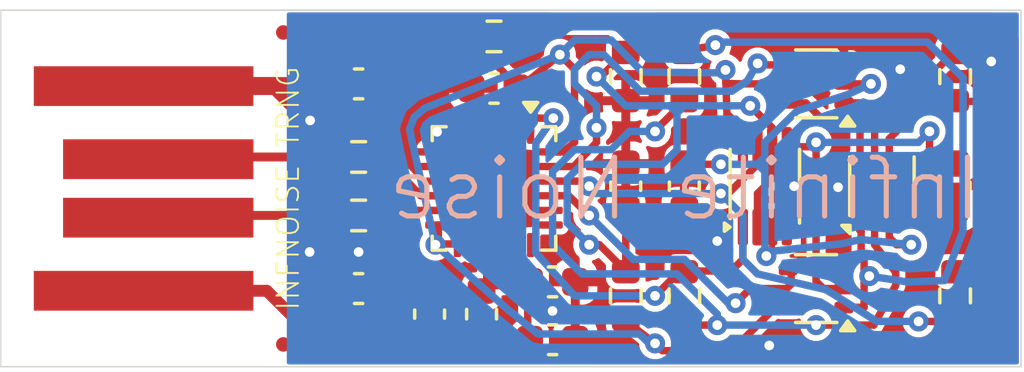
<source format=kicad_pcb>
(kicad_pcb (version 20241229) (generator "pcbnew") (generator_version "9.0")
  (layers (0 "F.Cu" signal) (2 "B.Cu" signal) (13 "F.Paste" user) (15 "B.Paste" user) (5 "F.SilkS" user "F.Silkscreen") (7 "B.SilkS" user "B.Silkscreen") (1 "F.Mask" user) (3 "B.Mask" user) (25 "Edge.Cuts" user))
  (net 0 "")
  (net 1 "/B")
  (net 2 "GND")
  (net 3 "+3.3V")
  (net 4 "/A")
  (net 5 "Net-(X1-VBUS)")
  (net 6 "+5V")
  (net 7 "Net-(X1-D+)")
  (net 8 "Net-(X1-D-)")
  (net 9 "/VREF")
  (net 10 "/COMP1")
  (net 11 "/COMP2")
  (net 12 "Net-(USB1-USBDP)")
  (net 13 "Net-(USB1-USBDM)")
  (net 14 "/SW1EN")
  (net 15 "/SW2EN")
  (net 25 "Net-(AMP1-Pad1)")
  (net 26 "Net-(AMP1B--)")
  (net 27 "Net-(AMP1A--)")
  (net 28 "Net-(AMP1-Pad7)")
  (footprint "Resistor_SMD:R_0603_1608Metric" (layer "F.Cu") (at 143.3005 105.9274)
    (property "Reference" "R2" (hide yes))
    (property "Value" "27 Ω" (hide yes))
    (fp_line (start -0.237258 -0.5225) (end 0.237258 -0.5225) (stroke (width 0.12)) (layer "F.SilkS"))
    (fp_line (start -0.237258 0.5225) (end 0.237258 0.5225) (stroke (width 0.12)) (layer "F.SilkS"))
    (pad "1" smd roundrect (at -0.825 0) (size 0.8 0.95) (layers "F.Cu" "F.Mask" "F.Paste") (net 8 "Net-(X1-D-)"))
    (pad "2" smd roundrect (at 0.825 0) (size 0.8 0.95) (layers "F.Cu" "F.Mask" "F.Paste") (net 13 "Net-(USB1-USBDM)"))
  )
  (footprint "Capacitor_SMD:C_0603_1608Metric" (layer "F.Cu") (at 143.3005 108.4274)
    (property "Reference" "C5" (hide yes))
    (property "Value" "47 pF" (hide yes))
    (fp_line (start -0.14058 -0.51) (end 0.14058 -0.51) (stroke (width 0.12)) (layer "F.SilkS"))
    (fp_line (start -0.14058 0.51) (end 0.14058 0.51) (stroke (width 0.12)) (layer "F.SilkS"))
    (pad "1" smd roundrect (at -0.775 0) (size 0.9 0.95) (layers "F.Cu" "F.Mask" "F.Paste") (net 8 "Net-(X1-D-)"))
    (pad "2" smd roundrect (at 0.775 0) (size 0.9 0.95) (layers "F.Cu" "F.Mask" "F.Paste") (net 2 "GND"))
  )
  (footprint "Fiducial:Fiducial_0.5mm_Mask1mm" (layer "F.Cu") (at 165.1635 99.6696)
    (property "Reference" "FID3" (hide yes))
    (property "Value" "FIDUCIALUFIDUCIAL" (hide yes))
    (pad "" smd circle (at 0 0) (size 0.5 0.5) (layers "F.Cu" "F.Mask") (clearance 0.35))
  )
  (footprint "Fiducial:Fiducial_0.5mm_Mask1mm" (layer "F.Cu") (at 140.7287 99.6696)
    (property "Reference" "FID2" (hide yes))
    (property "Value" "FIDUCIALUFIDUCIAL" (hide yes))
    (pad "" smd circle (at 0 0) (size 0.5 0.5) (layers "F.Cu" "F.Mask") (clearance 0.35))
  )
  (footprint "Resistor_SMD:R_0603_1608Metric" (layer "F.Cu") (at 152.4255 101.1774 90)
    (property "Reference" "R4" (hide yes))
    (property "Value" "10 kΩ" (hide yes))
    (fp_line (start -0.237258 -0.5225) (end 0.237258 -0.5225) (stroke (width 0.12)) (layer "F.SilkS"))
    (fp_line (start -0.237258 0.5225) (end 0.237258 0.5225) (stroke (width 0.12)) (layer "F.SilkS"))
    (pad "1" smd roundrect (at -0.825 0 90) (size 0.8 0.95) (layers "F.Cu" "F.Mask" "F.Paste") (net 2 "GND"))
    (pad "2" smd roundrect (at 0.825 0 90) (size 0.8 0.95) (layers "F.Cu" "F.Mask" "F.Paste") (net 9 "/VREF"))
  )
  (footprint "Resistor_SMD:R_0603_1608Metric" (layer "F.Cu") (at 143.3005 103.9274)
    (property "Reference" "R1" (hide yes))
    (property "Value" "27 Ω" (hide yes))
    (fp_line (start -0.237258 -0.5225) (end 0.237258 -0.5225) (stroke (width 0.12)) (layer "F.SilkS"))
    (fp_line (start -0.237258 0.5225) (end 0.237258 0.5225) (stroke (width 0.12)) (layer "F.SilkS"))
    (pad "1" smd roundrect (at -0.825 0) (size 0.8 0.95) (layers "F.Cu" "F.Mask" "F.Paste") (net 7 "Net-(X1-D+)"))
    (pad "2" smd roundrect (at 0.825 0) (size 0.8 0.95) (layers "F.Cu" "F.Mask" "F.Paste") (net 12 "Net-(USB1-USBDP)"))
  )
  (footprint "infnoise_goldfingers:USB-A-RAWPINS" (layer "F.Cu") (at 136.1567 105.0036)
    (property "Reference" "X1" (hide yes))
    (property "Value" "USB_A" (hide yes))
    (pad "1" smd rect (at -0.2 3.5) (size 7.5 1.36) (layers "F.Cu" "F.Mask") (net 5 "Net-(X1-VBUS)"))
    (pad "2" smd rect (at 0.3 1) (size 6.5 1.36) (layers "F.Cu" "F.Mask") (net 8 "Net-(X1-D-)"))
    (pad "3" smd rect (at 0.3 -1) (size 6.5 1.36) (layers "F.Cu" "F.Mask") (net 7 "Net-(X1-D+)"))
    (pad "4" smd rect (at -0.2 -3.5) (size 7.5 1.36) (layers "F.Cu" "F.Mask") (net 2 "GND"))
  )
  (footprint "Resistor_SMD:R_0603_1608Metric" (layer "F.Cu") (at 154.4255 108.6774 -90)
    (property "Reference" "R5" (hide yes))
    (property "Value" "10 kΩ" (hide yes))
    (fp_line (start -0.237258 0.5225) (end 0.237258 0.5225) (stroke (width 0.12)) (layer "F.SilkS"))
    (fp_line (start -0.237258 -0.5225) (end 0.237258 -0.5225) (stroke (width 0.12)) (layer "F.SilkS"))
    (pad "1" smd roundrect (at -0.825 0 270) (size 0.8 0.95) (layers "F.Cu" "F.Mask" "F.Paste") (net 10 "/COMP1"))
    (pad "2" smd roundrect (at 0.825 0 270) (size 0.8 0.95) (layers "F.Cu" "F.Mask" "F.Paste") (net 27 "Net-(AMP1A--)"))
  )
  (footprint "Capacitor_SMD:C_0603_1608Metric" (layer "F.Cu") (at 143.3005 101.4274)
    (property "Reference" "C4" (hide yes))
    (property "Value" "47 pF" (hide yes))
    (fp_line (start -0.14058 -0.51) (end 0.14058 -0.51) (stroke (width 0.12)) (layer "F.SilkS"))
    (fp_line (start -0.14058 0.51) (end 0.14058 0.51) (stroke (width 0.12)) (layer "F.SilkS"))
    (pad "1" smd roundrect (at -0.775 0) (size 0.9 0.95) (layers "F.Cu" "F.Mask" "F.Paste") (net 7 "Net-(X1-D+)"))
    (pad "2" smd roundrect (at 0.775 0) (size 0.9 0.95) (layers "F.Cu" "F.Mask" "F.Paste") (net 2 "GND"))
  )
  (footprint "Capacitor_SMD:C_0603_1608Metric" (layer "F.Cu") (at 154.4255 104.9274 90)
    (property "Reference" "C8" (hide yes))
    (property "Value" "220 pF" (hide yes))
    (fp_line (start -0.14058 -0.51) (end 0.14058 -0.51) (stroke (width 0.12)) (layer "F.SilkS"))
    (fp_line (start -0.14058 0.51) (end 0.14058 0.51) (stroke (width 0.12)) (layer "F.SilkS"))
    (pad "1" smd roundrect (at -0.775 0 90) (size 0.9 0.95) (layers "F.Cu" "F.Mask" "F.Paste") (net 2 "GND"))
    (pad "2" smd roundrect (at 0.775 0 90) (size 0.9 0.95) (layers "F.Cu" "F.Mask" "F.Paste") (net 4 "/A"))
  )
  (footprint "Package_TO_SOT_SMD:SOT-353_SC-70-5" (layer "F.Cu") (at 158.9255 108.4274 180)
    (property "Reference" "SW2" (hide yes))
    (property "Value" "NS5B1G385DFT2G" (hide yes))
    (fp_line (start -0.7 1.16) (end 0.7 1.16) (stroke (width 0.12)) (layer "F.SilkS"))
    (fp_line (start -0.71 -1.16) (end 0.7 -1.16) (stroke (width 0.12)) (layer "F.SilkS"))
    (fp_poly (pts (xy -1.08 -1.11) (xy -1.32 -1.44) (xy -0.84 -1.44) (xy -1.08 -1.11)) (stroke (width 0.12)) (fill yes) (layer "F.SilkS"))
    (pad "1" smd roundrect (at -0.95 -0.65 180) (size 0.65 0.4) (layers "F.Cu" "F.Mask" "F.Paste") (net 25 "Net-(AMP1-Pad1)"))
    (pad "2" smd roundrect (at -0.95 0 180) (size 0.65 0.4) (layers "F.Cu" "F.Mask" "F.Paste") (net 1 "/B"))
    (pad "3" smd roundrect (at -0.95 0.65 180) (size 0.65 0.4) (layers "F.Cu" "F.Mask" "F.Paste") (net 2 "GND"))
    (pad "4" smd roundrect (at 0.95 0.65 180) (size 0.65 0.4) (layers "F.Cu" "F.Mask" "F.Paste") (net 15 "/SW2EN"))
    (pad "5" smd roundrect (at 0.95 -0.65 180) (size 0.65 0.4) (layers "F.Cu" "F.Mask" "F.Paste") (net 3 "+3.3V"))
  )
  (footprint "Capacitor_SMD:C_0603_1608Metric" (layer "F.Cu") (at 152.4255 104.9274 90)
    (property "Reference" "C7" (hide yes))
    (property "Value" "0.01 µF" (hide yes))
    (fp_line (start -0.14058 -0.51) (end 0.14058 -0.51) (stroke (width 0.12)) (layer "F.SilkS"))
    (fp_line (start -0.14058 0.51) (end 0.14058 0.51) (stroke (width 0.12)) (layer "F.SilkS"))
    (pad "1" smd roundrect (at -0.775 0 90) (size 0.9 0.95) (layers "F.Cu" "F.Mask" "F.Paste") (net 9 "/VREF"))
    (pad "2" smd roundrect (at 0.775 0 90) (size 0.9 0.95) (layers "F.Cu" "F.Mask" "F.Paste") (net 2 "GND"))
  )
  (footprint "Capacitor_SMD:C_0603_1608Metric" (layer "F.Cu") (at 145.7255 109.3024 90)
    (property "Reference" "C1" (hide yes))
    (property "Value" "0.01 µF" (hide yes))
    (fp_line (start -0.14058 -0.51) (end 0.14058 -0.51) (stroke (width 0.12)) (layer "F.SilkS"))
    (fp_line (start -0.14058 0.51) (end 0.14058 0.51) (stroke (width 0.12)) (layer "F.SilkS"))
    (pad "1" smd roundrect (at -0.775 0 90) (size 0.9 0.95) (layers "F.Cu" "F.Mask" "F.Paste") (net 5 "Net-(X1-VBUS)"))
    (pad "2" smd roundrect (at 0.775 0 90) (size 0.9 0.95) (layers "F.Cu" "F.Mask" "F.Paste") (net 2 "GND"))
  )
  (footprint "Package_DFN_QFN:DFN-8-1EP_2x2mm_P0.5mm_EP1.05x1.75mm" (layer "F.Cu") (at 161.1755 104.9274 90)
    (property "Reference" "AMP1" (hide yes))
    (property "Value" "TSV912IQ2T" (hide yes))
    (fp_line (start -1 -1.1) (end 1 -1.1) (stroke (width 0.12)) (layer "F.SilkS"))
    (fp_line (start -1 1.1) (end 1 1.1) (stroke (width 0.12)) (layer "F.SilkS"))
    (fp_poly (pts (xy -1.34 -1.09) (xy -1.62 -1.09) (xy -1.34 -1.37) (xy -1.34 -1.09)) (stroke (width 0.12)) (fill yes) (layer "F.SilkS"))
    (pad "1" smd rect (at -0.9 -0.75 90) (size 0.5 0.3) (layers "F.Cu" "F.Mask" "F.Paste") (net 25 "Net-(AMP1-Pad1)"))
    (pad "2" smd rect (at -0.9 -0.25 90) (size 0.5 0.3) (layers "F.Cu" "F.Mask" "F.Paste") (net 27 "Net-(AMP1A--)"))
    (pad "3" smd rect (at -0.9 0.25 90) (size 0.5 0.3) (layers "F.Cu" "F.Mask" "F.Paste") (net 4 "/A"))
    (pad "4" smd rect (at -0.9 0.75 90) (size 0.5 0.3) (layers "F.Cu" "F.Mask" "F.Paste") (net 2 "GND"))
    (pad "5" smd rect (at 0.9 0.75 90) (size 0.5 0.3) (layers "F.Cu" "F.Mask" "F.Paste") (net 1 "/B"))
    (pad "6" smd rect (at 0.9 0.25 90) (size 0.5 0.3) (layers "F.Cu" "F.Mask" "F.Paste") (net 26 "Net-(AMP1B--)"))
    (pad "7" smd rect (at 0.9 -0.25 90) (size 0.5 0.3) (layers "F.Cu" "F.Mask" "F.Paste") (net 28 "Net-(AMP1-Pad7)"))
    (pad "8" smd rect (at 0.9 -0.75 90) (size 0.5 0.3) (layers "F.Cu" "F.Mask" "F.Paste") (net 3 "+3.3V"))
    (pad "9" smd rect (at 0 0 90) (size 1.05 1.75) (layers "F.Cu" "F.Mask") (net 2 "GND"))
  )
  (footprint "Package_DFN_QFN:QFN-24-1EP_4x4mm_P0.5mm_EP2.6x2.6mm" (layer "F.Cu") (at 147.9255 105.0036 -90)
    (property "Reference" "USB1" (hide yes))
    (property "Value" "FT240XQ" (hide yes))
    (fp_line (start -2.11 2.11) (end -2.11 1.635) (stroke (width 0.12)) (layer "F.SilkS"))
    (fp_line (start -1.635 2.11) (end -2.11 2.11) (stroke (width 0.12)) (layer "F.SilkS"))
    (fp_line (start 2.11 2.11) (end 1.635 2.11) (stroke (width 0.12)) (layer "F.SilkS"))
    (fp_line (start 2.11 1.635) (end 2.11 2.11) (stroke (width 0.12)) (layer "F.SilkS"))
    (fp_line (start -2.11 -1.635) (end -2.11 -2.11) (stroke (width 0.12)) (layer "F.SilkS"))
    (fp_line (start -2.11 -2.11) (end -1.635 -2.11) (stroke (width 0.12)) (layer "F.SilkS"))
    (fp_line (start 1.635 -2.11) (end 2.11 -2.11) (stroke (width 0.12)) (layer "F.SilkS"))
    (fp_line (start 2.11 -2.11) (end 2.11 -1.635) (stroke (width 0.12)) (layer "F.SilkS"))
    (fp_poly (pts (xy -2.61 -1.25) (xy -2.94 -1.01) (xy -2.94 -1.49)) (stroke (width 0.12)) (fill yes) (layer "F.SilkS"))
    (pad "1" smd roundrect (at -1.9375 -1.25 270) (size 0.825 0.25) (layers "F.Cu" "F.Mask" "F.Paste") (net 10 "/COMP1"))
    (pad "2" smd roundrect (at -1.9375 -0.75 270) (size 0.825 0.25) (layers "F.Cu" "F.Mask" "F.Paste"))
    (pad "3" smd roundrect (at -1.9375 -0.25 270) (size 0.825 0.25) (layers "F.Cu" "F.Mask" "F.Paste") (net 2 "GND"))
    (pad "4" smd roundrect (at -1.9375 0.25 270) (size 0.825 0.25) (layers "F.Cu" "F.Mask" "F.Paste"))
    (pad "5" smd roundrect (at -1.9375 0.75 270) (size 0.825 0.25) (layers "F.Cu" "F.Mask" "F.Paste"))
    (pad "6" smd roundrect (at -1.9375 1.25 270) (size 0.825 0.25) (layers "F.Cu" "F.Mask" "F.Paste"))
    (pad "7" smd roundrect (at -1.25 1.9375 270) (size 0.25 0.825) (layers "F.Cu" "F.Mask" "F.Paste") (net 2 "GND"))
    (pad "8" smd roundrect (at -0.75 1.9375 270) (size 0.25 0.825) (layers "F.Cu" "F.Mask" "F.Paste") (net 2 "GND"))
    (pad "9" smd roundrect (at -0.25 1.9375 270) (size 0.25 0.825) (layers "F.Cu" "F.Mask" "F.Paste") (net 2 "GND"))
    (pad "10" smd roundrect (at 0.25 1.9375 270) (size 0.25 0.825) (layers "F.Cu" "F.Mask" "F.Paste") (net 12 "Net-(USB1-USBDP)"))
    (pad "11" smd roundrect (at 0.75 1.9375 270) (size 0.25 0.825) (layers "F.Cu" "F.Mask" "F.Paste") (net 13 "Net-(USB1-USBDM)"))
    (pad "12" smd roundrect (at 1.25 1.9375 270) (size 0.25 0.825) (layers "F.Cu" "F.Mask" "F.Paste") (net 3 "+3.3V"))
    (pad "13" smd roundrect (at 1.9375 1.25 270) (size 0.825 0.25) (layers "F.Cu" "F.Mask" "F.Paste") (net 3 "+3.3V"))
    (pad "14" smd roundrect (at 1.9375 0.75 270) (size 0.825 0.25) (layers "F.Cu" "F.Mask" "F.Paste"))
    (pad "15" smd roundrect (at 1.9375 0.25 270) (size 0.825 0.25) (layers "F.Cu" "F.Mask" "F.Paste") (net 6 "+5V"))
    (pad "16" smd roundrect (at 1.9375 -0.25 270) (size 0.825 0.25) (layers "F.Cu" "F.Mask" "F.Paste") (net 2 "GND"))
    (pad "17" smd roundrect (at 1.9375 -0.75 270) (size 0.825 0.25) (layers "F.Cu" "F.Mask" "F.Paste"))
    (pad "18" smd roundrect (at 1.9375 -1.25 270) (size 0.825 0.25) (layers "F.Cu" "F.Mask" "F.Paste"))
    (pad "19" smd roundrect (at 1.25 -1.9375 270) (size 0.25 0.825) (layers "F.Cu" "F.Mask" "F.Paste"))
    (pad "20" smd roundrect (at 0.75 -1.9375 270) (size 0.25 0.825) (layers "F.Cu" "F.Mask" "F.Paste"))
    (pad "21" smd roundrect (at 0.25 -1.9375 270) (size 0.25 0.825) (layers "F.Cu" "F.Mask" "F.Paste") (net 15 "/SW2EN"))
    (pad "22" smd roundrect (at -0.25 -1.9375 270) (size 0.25 0.825) (layers "F.Cu" "F.Mask" "F.Paste") (net 11 "/COMP2"))
    (pad "23" smd roundrect (at -0.75 -1.9375 270) (size 0.25 0.825) (layers "F.Cu" "F.Mask" "F.Paste") (net 14 "/SW1EN"))
    (pad "24" smd roundrect (at -1.25 -1.9375 270) (size 0.25 0.825) (layers "F.Cu" "F.Mask" "F.Paste") (net 3 "+3.3V"))
    (pad "25" smd rect (at 0 0 270) (size 2.6 2.6) (property pad_prop_heatsink) (layers "F.Cu" "F.Mask") (net 2 "GND"))
  )
  (footprint "Resistor_SMD:R_0603_1608Metric" (layer "F.Cu") (at 152.4255 108.6774 90)
    (property "Reference" "R3" (hide yes))
    (property "Value" "10 kΩ" (hide yes))
    (fp_line (start -0.237258 -0.5225) (end 0.237258 -0.5225) (stroke (width 0.12)) (layer "F.SilkS"))
    (fp_line (start -0.237258 0.5225) (end 0.237258 0.5225) (stroke (width 0.12)) (layer "F.SilkS"))
    (pad "1" smd roundrect (at -0.825 0 90) (size 0.8 0.95) (layers "F.Cu" "F.Mask" "F.Paste") (net 3 "+3.3V"))
    (pad "2" smd roundrect (at 0.825 0 90) (size 0.8 0.95) (layers "F.Cu" "F.Mask" "F.Paste") (net 9 "/VREF"))
  )
  (footprint "Capacitor_SMD:C_0603_1608Metric" (layer "F.Cu") (at 163.6755 104.9274 90)
    (property "Reference" "C9" (hide yes))
    (property "Value" "220 pF" (hide yes))
    (fp_line (start -0.14058 -0.51) (end 0.14058 -0.51) (stroke (width 0.12)) (layer "F.SilkS"))
    (fp_line (start -0.14058 0.51) (end 0.14058 0.51) (stroke (width 0.12)) (layer "F.SilkS"))
    (pad "1" smd roundrect (at -0.775 0 90) (size 0.9 0.95) (layers "F.Cu" "F.Mask" "F.Paste") (net 2 "GND"))
    (pad "2" smd roundrect (at 0.775 0 90) (size 0.9 0.95) (layers "F.Cu" "F.Mask" "F.Paste") (net 1 "/B"))
  )
  (footprint "Capacitor_SMD:C_0603_1608Metric" (layer "F.Cu") (at 149.9255 108.1996)
    (property "Reference" "C3" (hide yes))
    (property "Value" "0.1 µF" (hide yes))
    (fp_line (start -0.14058 -0.51) (end 0.14058 -0.51) (stroke (width 0.12)) (layer "F.SilkS"))
    (fp_line (start -0.14058 0.51) (end 0.14058 0.51) (stroke (width 0.12)) (layer "F.SilkS"))
    (pad "1" smd roundrect (at -0.775 0) (size 0.9 0.95) (layers "F.Cu" "F.Mask" "F.Paste") (net 6 "+5V"))
    (pad "2" smd roundrect (at 0.775 0) (size 0.9 0.95) (layers "F.Cu" "F.Mask" "F.Paste") (net 2 "GND"))
  )
  (footprint "Resistor_SMD:R_0603_1608Metric" (layer "F.Cu") (at 147.9255 99.8044 180)
    (property "Reference" "R9" (hide yes))
    (property "Value" "10 kΩ" (hide yes))
    (fp_line (start -0.237258 0.5225) (end 0.237258 0.5225) (stroke (width 0.12)) (layer "F.SilkS"))
    (fp_line (start -0.237258 -0.5225) (end 0.237258 -0.5225) (stroke (width 0.12)) (layer "F.SilkS"))
    (pad "1" smd roundrect (at -0.825 0 180) (size 0.8 0.95) (layers "F.Cu" "F.Mask" "F.Paste") (net 25 "Net-(AMP1-Pad1)"))
    (pad "2" smd roundrect (at 0.825 0 180) (size 0.8 0.95) (layers "F.Cu" "F.Mask" "F.Paste") (net 3 "+3.3V"))
  )
  (footprint "Capacitor_SMD:C_0603_1608Metric" (layer "F.Cu") (at 147.9255 101.579 180)
    (property "Reference" "C6" (hide yes))
    (property "Value" "0.1 µF" (hide yes))
    (fp_line (start -0.14058 0.51) (end 0.14058 0.51) (stroke (width 0.12)) (layer "F.SilkS"))
    (fp_line (start -0.14058 -0.51) (end 0.14058 -0.51) (stroke (width 0.12)) (layer "F.SilkS"))
    (pad "1" smd roundrect (at -0.775 0 180) (size 0.9 0.95) (layers "F.Cu" "F.Mask" "F.Paste") (net 3 "+3.3V"))
    (pad "2" smd roundrect (at 0.775 0 180) (size 0.9 0.95) (layers "F.Cu" "F.Mask" "F.Paste") (net 2 "GND"))
  )
  (footprint "Package_TO_SOT_SMD:SOT-353_SC-70-5" (layer "F.Cu") (at 158.9255 101.4274 180)
    (property "Reference" "SW1" (hide yes))
    (property "Value" "NS5B1G385DFT2G" (hide yes))
    (fp_line (start -0.7 1.16) (end 0.7 1.16) (stroke (width 0.12)) (layer "F.SilkS"))
    (fp_line (start -0.71 -1.16) (end 0.7 -1.16) (stroke (width 0.12)) (layer "F.SilkS"))
    (fp_poly (pts (xy -1.08 -1.11) (xy -1.32 -1.44) (xy -0.84 -1.44) (xy -1.08 -1.11)) (stroke (width 0.12)) (fill yes) (layer "F.SilkS"))
    (pad "1" smd roundrect (at -0.95 -0.65 180) (size 0.65 0.4) (layers "F.Cu" "F.Mask" "F.Paste") (net 28 "Net-(AMP1-Pad7)"))
    (pad "2" smd roundrect (at -0.95 0 180) (size 0.65 0.4) (layers "F.Cu" "F.Mask" "F.Paste") (net 4 "/A"))
    (pad "3" smd roundrect (at -0.95 0.65 180) (size 0.65 0.4) (layers "F.Cu" "F.Mask" "F.Paste") (net 2 "GND"))
    (pad "4" smd roundrect (at 0.95 0.65 180) (size 0.65 0.4) (layers "F.Cu" "F.Mask" "F.Paste") (net 14 "/SW1EN"))
    (pad "5" smd roundrect (at 0.95 -0.65 180) (size 0.65 0.4) (layers "F.Cu" "F.Mask" "F.Paste") (net 3 "+3.3V"))
  )
  (footprint "Package_SO:VSSOP-8_2.3x2mm_P0.5mm" (layer "F.Cu") (at 157.1755 104.9274 90)
    (property "Reference" "COMP1" (hide yes))
    (property "Value" "TC75W57FKTE85LF" (hide yes))
    (fp_line (start -1.105568 -1.185) (end 1.26 -1.185) (stroke (width 0.12)) (layer "F.SilkS"))
    (fp_line (start 1.26 1.185) (end -1.26 1.185) (stroke (width 0.12)) (layer "F.SilkS"))
    (fp_poly (pts (xy -1.4 -1.19) (xy -1.54 -1.38) (xy -1.26 -1.38)) (stroke (width 0.12)) (fill yes) (layer "F.SilkS"))
    (pad "1" smd roundrect (at -1.4 -0.75 90) (size 1.25 0.35) (layers "F.Cu" "F.Mask" "F.Paste") (net 10 "/COMP1"))
    (pad "2" smd roundrect (at -1.4 -0.25 90) (size 1.25 0.35) (layers "F.Cu" "F.Mask" "F.Paste") (net 9 "/VREF"))
    (pad "3" smd roundrect (at -1.4 0.25 90) (size 1.25 0.35) (layers "F.Cu" "F.Mask" "F.Paste") (net 4 "/A"))
    (pad "4" smd roundrect (at -1.4 0.75 90) (size 1.25 0.35) (layers "F.Cu" "F.Mask" "F.Paste") (net 2 "GND"))
    (pad "5" smd roundrect (at 1.4 0.75 90) (size 1.25 0.35) (layers "F.Cu" "F.Mask" "F.Paste") (net 1 "/B"))
    (pad "6" smd roundrect (at 1.4 0.25 90) (size 1.25 0.35) (layers "F.Cu" "F.Mask" "F.Paste") (net 9 "/VREF"))
    (pad "7" smd roundrect (at 1.4 -0.25 90) (size 1.25 0.35) (layers "F.Cu" "F.Mask" "F.Paste") (net 11 "/COMP2"))
    (pad "8" smd roundrect (at 1.4 -0.75 90) (size 1.25 0.35) (layers "F.Cu" "F.Mask" "F.Paste") (net 3 "+3.3V"))
  )
  (footprint "Inductor_SMD:L_0603_1608Metric" (layer "F.Cu") (at 147.5005 109.3024 90)
    (property "Reference" "L1" (hide yes))
    (property "Value" "BLM18AG601SN1D" (hide yes))
    (fp_line (start -0.162779 -0.51) (end 0.162779 -0.51) (stroke (width 0.12)) (layer "F.SilkS"))
    (fp_line (start -0.162779 0.51) (end 0.162779 0.51) (stroke (width 0.12)) (layer "F.SilkS"))
    (pad "1" smd roundrect (at -0.7875 0 90) (size 0.875 0.95) (layers "F.Cu" "F.Mask" "F.Paste") (net 5 "Net-(X1-VBUS)"))
    (pad "2" smd roundrect (at 0.7875 0 90) (size 0.875 0.95) (layers "F.Cu" "F.Mask" "F.Paste") (net 6 "+5V"))
  )
  (footprint "Capacitor_SMD:C_0603_1608Metric" (layer "F.Cu") (at 149.9255 110.1774)
    (property "Reference" "C2" (hide yes))
    (property "Value" "4.7 µF" (hide yes))
    (fp_line (start -0.14058 -0.51) (end 0.14058 -0.51) (stroke (width 0.12)) (layer "F.SilkS"))
    (fp_line (start -0.14058 0.51) (end 0.14058 0.51) (stroke (width 0.12)) (layer "F.SilkS"))
    (pad "1" smd roundrect (at -0.775 0) (size 0.9 0.95) (layers "F.Cu" "F.Mask" "F.Paste") (net 6 "+5V"))
    (pad "2" smd roundrect (at 0.775 0) (size 0.9 0.95) (layers "F.Cu" "F.Mask" "F.Paste") (net 2 "GND"))
  )
  (footprint "Resistor_SMD:R_0603_1608Metric" (layer "F.Cu") (at 163.6755 108.6774 -90)
    (property "Reference" "R8" (hide yes))
    (property "Value" "10 kΩ" (hide yes))
    (fp_line (start -0.237258 0.5225) (end 0.237258 0.5225) (stroke (width 0.12)) (layer "F.SilkS"))
    (fp_line (start -0.237258 -0.5225) (end 0.237258 -0.5225) (stroke (width 0.12)) (layer "F.SilkS"))
    (pad "1" smd roundrect (at -0.825 0 270) (size 0.8 0.95) (layers "F.Cu" "F.Mask" "F.Paste") (net 26 "Net-(AMP1B--)"))
    (pad "2" smd roundrect (at 0.825 0 270) (size 0.8 0.95) (layers "F.Cu" "F.Mask" "F.Paste") (net 11 "/COMP2"))
  )
  (footprint "Resistor_SMD:R_0603_1608Metric" (layer "F.Cu") (at 154.4255 101.1774 90)
    (property "Reference" "R6" (hide yes))
    (property "Value" "8.2 kΩ" (hide yes))
    (fp_line (start -0.237258 -0.5225) (end 0.237258 -0.5225) (stroke (width 0.12)) (layer "F.SilkS"))
    (fp_line (start -0.237258 0.5225) (end 0.237258 0.5225) (stroke (width 0.12)) (layer "F.SilkS"))
    (pad "1" smd roundrect (at -0.825 0 90) (size 0.8 0.95) (layers "F.Cu" "F.Mask" "F.Paste") (net 27 "Net-(AMP1A--)"))
    (pad "2" smd roundrect (at 0.825 0 90) (size 0.8 0.95) (layers "F.Cu" "F.Mask" "F.Paste") (net 25 "Net-(AMP1-Pad1)"))
  )
  (footprint "Resistor_SMD:R_0603_1608Metric" (layer "F.Cu") (at 163.6755 101.1774 -90)
    (property "Reference" "R7" (hide yes))
    (property "Value" "8.2 kΩ" (hide yes))
    (fp_line (start -0.237258 0.5225) (end 0.237258 0.5225) (stroke (width 0.12)) (layer "F.SilkS"))
    (fp_line (start -0.237258 -0.5225) (end 0.237258 -0.5225) (stroke (width 0.12)) (layer "F.SilkS"))
    (pad "1" smd roundrect (at -0.825 0 270) (size 0.8 0.95) (layers "F.Cu" "F.Mask" "F.Paste") (net 28 "Net-(AMP1-Pad7)"))
    (pad "2" smd roundrect (at 0.825 0 270) (size 0.8 0.95) (layers "F.Cu" "F.Mask" "F.Paste") (net 26 "Net-(AMP1B--)"))
  )
  (footprint "Fiducial:Fiducial_0.5mm_Mask1mm" (layer "F.Cu") (at 140.7287 110.3376)
    (property "Reference" "FID1" (hide yes))
    (property "Value" "FIDUCIALUFIDUCIAL" (hide yes))
    (pad "" smd circle (at 0 0) (size 0.5 0.5) (layers "F.Cu" "F.Mask") (clearance 0.35))
  )
  (gr_line (start 131.0767 111.0996) (end 131.0767 98.9076) (stroke (width 0.05)) (layer "Edge.Cuts"))
  (gr_line (start 165.9255 98.9076) (end 165.9255 111.0996) (stroke (width 0.05)) (layer "Edge.Cuts"))
  (gr_line (start 131.0767 98.9076) (end 165.9255 98.9076) (stroke (width 0.05)) (layer "Edge.Cuts"))
  (gr_line (start 165.9255 111.0996) (end 131.0767 111.0996) (stroke (width 0.05)) (layer "Edge.Cuts"))
  (gr_text "INFNOISE TRNG" (at 140.4627 105.0036 90) (layer "F.SilkS") (effects (font (size 0.736 0.736) (thickness 0.064)) (justify top)))
  (gr_text "Infinite Noise" (at 154.4333 105.0242 -0) (layer "B.SilkS") (effects (font (size 2.009648 2.009648) (thickness 0.174752)) (justify mirror)))
  (segment (start 157.9255 103.5774) (end 158.7755 103.5774) (width 0.254) (layer "F.Cu") (net 1))
  (segment (start 161.9255 103.9024) (end 162.8005 103.9024) (width 0.254) (layer "F.Cu") (net 1))
  (segment (start 159.7755 108.4274) (end 159.1755 108.4274) (width 0.254) (layer "F.Cu") (net 1))
  (segment (start 158.7755 103.5774) (end 158.9255 103.4274) (width 0.254) (layer "F.Cu") (net 1))
  (segment (start 159.1755 108.4274) (end 158.9255 108.1774) (width 0.254) (layer "F.Cu") (net 1))
  (segment (start 162.8005 103.9024) (end 163.5005 103.9024) (width 0.254) (layer "F.Cu") (net 1))
  (segment (start 158.9255 108.1774) (end 158.9255 103.4274) (width 0.254) (layer "F.Cu") (net 1))
  (segment (start 163.5005 103.9024) (end 163.6755 104.0774) (width 0.254) (layer "F.Cu") (net 1))
  (segment (start 162.8005 103.0524) (end 162.8005 103.9024) (width 0.254) (layer "F.Cu") (net 1))
  (via (at 162.8005 103.0524) (size 0.6858) (drill 0.3302) (layers "F.Cu" "B.Cu") (net 1))
  (via (at 158.9255 103.4274) (size 0.6858) (drill 0.3302) (layers "F.Cu" "B.Cu") (net 1))
  (segment (start 158.9255 103.4274) (end 162.4255 103.4274) (width 0.254) (layer "B.Cu") (net 1))
  (segment (start 162.4255 103.4274) (end 162.8005 103.0524) (width 0.254) (layer "B.Cu") (net 1))
  (segment (start 146.0373 104.648) (end 146.0255 104.7536) (width 0.254) (layer "F.Cu") (net 2))
  (segment (start 148.1755 106.9036) (end 148.1755 105.1774) (width 0.254) (layer "F.Cu") (net 2))
  (segment (start 147.7771 104.7536) (end 147.9255 105.0036) (width 0.254) (layer "F.Cu") (net 2))
  (segment (start 148.1755 104.6774) (end 147.9255 105.0036) (width 0.254) (layer "F.Cu") (net 2))
  (segment (start 145.5255 108.4274) (end 144.1505 108.4274) (width 0.254) (layer "F.Cu") (net 2))
  (segment (start 135.9567 101.5036) (end 140.4709 101.5036) (width 0.6096) (layer "F.Cu") (net 2))
  (segment (start 140.4709 101.5036) (end 141.6447 102.6774) (width 0.6096) (layer "F.Cu") (net 2))
  (segment (start 146.0373 104.267) (end 146.0255 104.2536) (width 0.254) (layer "F.Cu") (net 2))
  (segment (start 148.1709 102.8446) (end 148.1709 102.5906) (width 0.254) (layer "F.Cu") (net 2))
  (segment (start 141.0081 101.4984) (end 141.0081 101.5238) (width 0.6096) (layer "F.Cu") (net 2))
  (segment (start 146.0373 104.648) (end 146.0373 104.267) (width 0.254) (layer "F.Cu") (net 2))
  (segment (start 148.1755 103.1036) (end 148.1755 104.6774) (width 0.254) (layer "F.Cu") (net 2))
  (segment (start 139.6365 101.4984) (end 141.0081 101.4984) (width 0.6096) (layer "F.Cu") (net 2))
  (segment (start 148.1755 105.1774) (end 147.9255 105.0036) (width 0.254) (layer "F.Cu") (net 2))
  (segment (start 152.4255 104.0774) (end 152.4255 102.0274) (width 0.254) (layer "F.Cu") (net 2))
  (segment (start 148.1755 102.8446) (end 148.1755 103.1036) (width 0.254) (layer "F.Cu") (net 2))
  (segment (start 146.0255 104.7536) (end 147.7771 104.7536) (width 0.254) (layer "F.Cu") (net 2))
  (segment (start 148.1709 102.8446) (end 148.1755 102.8446) (width 0.254) (layer "F.Cu") (net 2))
  (segment (start 145.7255 108.4524) (end 145.5255 108.4274) (width 0.254) (layer "F.Cu") (net 2))
  (segment (start 148.1709 102.5906) (end 147.4851 101.9048) (width 0.254) (layer "F.Cu") (net 2))
  (via (at 159.6755 104.9622) (size 0.6858) (drill 0.3302) (layers "F.Cu" "B.Cu") (net 2))
  (via (at 143.3005 107.1774) (size 0.6858) (drill 0.3302) (layers "F.Cu" "B.Cu") (net 2))
  (via (at 141.6447 102.6774) (size 0.6858) (drill 0.3302) (layers "F.Cu" "B.Cu") (net 2))
  (via (at 157.3259 110.3746) (size 0.6858) (drill 0.3302) (layers "F.Cu" "B.Cu") (net 2))
  (via (at 164.9095 100.6602) (size 0.6858) (drill 0.3302) (layers "F.Cu" "B.Cu") (net 2))
  (via (at 149.9235 109.1946) (size 0.6858) (drill 0.3302) (layers "F.Cu" "B.Cu") (net 2))
  (via (at 161.8005 100.9274) (size 0.6858) (drill 0.3302) (layers "F.Cu" "B.Cu") (net 2))
  (via (at 145.9823 103.067) (size 0.6858) (drill 0.3302) (layers "F.Cu" "B.Cu") (net 2))
  (via (at 158.1755 104.9274) (size 0.6858) (drill 0.3302) (layers "F.Cu" "B.Cu") (net 2))
  (via (at 155.5505 106.8024) (size 0.6858) (drill 0.3302) (layers "F.Cu" "B.Cu") (net 2))
  (via (at 141.6273 107.1774) (size 0.6858) (drill 0.3302) (layers "F.Cu" "B.Cu") (net 2))
  (segment (start 148.7755 101.579) (end 149.1659 101.2656) (width 0.254) (layer "F.Cu") (net 3))
  (segment (start 158.0755 102.0774) (end 158.5755 102.0774) (width 0.254) (layer "F.Cu") (net 3))
  (segment (start 150.6755 100.9274) (end 150.1755 100.4274) (width 0.254) (layer "F.Cu") (net 3))
  (segment (start 156.4255 101.4274) (end 155.8493 101.41) (width 0.254) (layer "F.Cu") (net 3))
  (segment (start 153.4255 110.3024) (end 153.6755 110.5524) (width 0.254) (layer "F.Cu") (net 3))
  (segment (start 147.0755 99.8044) (end 148.7755 101.579) (width 0.254) (layer "F.Cu") (net 3))
  (segment (start 155.8493 101.41) (end 155.8299 100.9528) (width 0.254) (layer "F.Cu") (net 3))
  (segment (start 160.4255 103.9024) (end 160.4255 102.9274) (width 0.254) (layer "F.Cu") (net 3))
  (segment (start 160.1755 102.6774) (end 159.1755 102.6774) (width 0.254) (layer "F.Cu") (net 3))
  (segment (start 150.6755 103.4274) (end 150.6755 100.9274) (width 0.254) (layer "F.Cu") (net 3))
  (segment (start 155.8807 102.4588) (end 155.8299 100.9528) (width 0.254) (layer "F.Cu") (net 3))
  (segment (start 156.4255 103.5774) (end 156.4255 102.9274) (width 0.254) (layer "F.Cu") (net 3))
  (segment (start 157.8005 101.4274) (end 156.4255 101.4274) (width 0.254) (layer "F.Cu") (net 3))
  (segment (start 158.0755 101.7024) (end 157.8005 101.4274) (width 0.254) (layer "F.Cu") (net 3))
  (segment (start 152.4255 109.5274) (end 153.2767 110.2008) (width 0.254) (layer "F.Cu") (net 3))
  (segment (start 158.5755 102.0774) (end 159.1755 102.6774) (width 0.254) (layer "F.Cu") (net 3))
  (segment (start 149.8255 103.7536) (end 150.2985 103.7536) (width 0.254) (layer "F.Cu") (net 3))
  (segment (start 160.4255 102.9274) (end 160.1755 102.6774) (width 0.254) (layer "F.Cu") (net 3))
  (segment (start 157.5255 109.0774) (end 156.0505 110.5524) (width 0.254) (layer "F.Cu") (net 3))
  (segment (start 153.2767 110.2008) (end 153.4255 110.3024) (width 0.254) (layer "F.Cu") (net 3))
  (segment (start 158.0755 109.0774) (end 157.5255 109.0774) (width 0.254) (layer "F.Cu") (net 3))
  (segment (start 150.2985 103.7536) (end 150.6755 103.4274) (width 0.254) (layer "F.Cu") (net 3))
  (segment (start 146.0255 106.2536) (end 146.0255 106.9036) (width 0.254) (layer "F.Cu") (net 3))
  (segment (start 158.0755 102.0774) (end 158.0755 101.7024) (width 0.254) (layer "F.Cu") (net 3))
  (segment (start 149.1659 101.2656) (end 150.1755 100.4274) (width 0.254) (layer "F.Cu") (net 3))
  (segment (start 146.6755 106.9036) (end 146.0255 106.9036) (width 0.254) (layer "F.Cu") (net 3))
  (segment (start 153.6755 110.5524) (end 156.0505 110.5524) (width 0.254) (layer "F.Cu") (net 3))
  (segment (start 156.4255 102.9274) (end 155.8807 102.4588) (width 0.254) (layer "F.Cu") (net 3))
  (segment (start 146.0255 106.9036) (end 145.9255 106.9274) (width 0.254) (layer "F.Cu") (net 3))
  (via (at 155.8299 100.9528) (size 0.6858) (drill 0.3302) (layers "F.Cu" "B.Cu") (net 3))
  (via (at 153.4255 110.3024) (size 0.6858) (drill 0.3302) (layers "F.Cu" "B.Cu") (net 3))
  (via (at 145.9255 106.9274) (size 0.6858) (drill 0.3302) (layers "F.Cu" "B.Cu") (net 3))
  (via (at 150.1755 100.4274) (size 0.6858) (drill 0.3302) (layers "F.Cu" "B.Cu") (net 3))
  (segment (start 145.1991 102.5652) (end 145.0467 102.9716) (width 0.254) (layer "B.Cu") (net 3))
  (segment (start 149.3901 109.9566) (end 149.4917 109.982) (width 0.254) (layer "B.Cu") (net 3))
  (segment (start 147.3581 108.2294) (end 146.6621 107.6026) (width 0.254) (layer "B.Cu") (net 3))
  (segment (start 155.8299 100.9528) (end 155.6815 101.0504) (width 0.254) (layer "B.Cu") (net 3))
  (segment (start 153.2001 110.2868) (end 152.9715 110.0582) (width 0.254) (layer "B.Cu") (net 3))
  (segment (start 152.9977 101.025) (end 151.9255 99.9274) (width 0.254) (layer "B.Cu") (net 3))
  (segment (start 152.8699 109.982) (end 152.9715 110.0582) (width 0.254) (layer "B.Cu") (net 3))
  (segment (start 145.5547 102.2604) (end 145.1991 102.5652) (width 0.254) (layer "B.Cu") (net 3))
  (segment (start 148.5265 109.2454) (end 148.4249 109.1692) (width 0.254) (layer "B.Cu") (net 3))
  (segment (start 152.8699 109.982) (end 149.4917 109.982) (width 0.254) (layer "B.Cu") (net 3))
  (segment (start 146.6621 107.6026) (end 145.9255 106.9274) (width 0.254) (layer "B.Cu") (net 3))
  (segment (start 155.6815 101.0504) (end 152.9977 101.025) (width 0.254) (layer "B.Cu") (net 3))
  (segment (start 153.4033 110.2868) (end 153.4255 110.3024) (width 0.254) (layer "B.Cu") (net 3))
  (segment (start 153.4033 110.2868) (end 153.2001 110.2868) (width 0.254) (layer "B.Cu") (net 3))
  (segment (start 145.0467 102.9716) (end 145.1229 103.378) (width 0.254) (layer "B.Cu") (net 3))
  (segment (start 150.6755 99.9274) (end 150.1755 100.4274) (width 0.254) (layer "B.Cu") (net 3))
  (segment (start 151.9255 99.9274) (end 150.6755 99.9274) (width 0.254) (layer "B.Cu") (net 3))
  (segment (start 148.4249 109.1692) (end 147.3581 108.2294) (width 0.254) (layer "B.Cu") (net 3))
  (segment (start 148.5265 109.2454) (end 149.3901 109.9566) (width 0.254) (layer "B.Cu") (net 3))
  (segment (start 145.1229 103.378) (end 145.9255 106.9274) (width 0.254) (layer "B.Cu") (net 3))
  (segment (start 150.1755 100.4274) (end 145.5547 102.2604) (width 0.254) (layer "B.Cu") (net 3))
  (segment (start 157.226 107.315) (end 157.4255 107.1155) (width 0.2) (layer "F.Cu") (net 4))
  (segment (start 154.4255 104.0774) (end 154.5255 104.1774) (width 0.254) (layer "F.Cu") (net 4))
  (segment (start 154.5255 104.1774) (end 155.6755 104.1774) (width 0.254) (layer "F.Cu") (net 4))
  (segment (start 161.4255 106.6774) (end 161.6755 106.9274) (width 0.254) (layer "F.Cu") (net 4))
  (segment (start 157.4255 107.1155) (end 157.4255 106.3274) (width 0.2) (layer "F.Cu") (net 4))
  (segment (start 159.7755 101.4274) (end 160.8005 101.4274) (width 0.254) (layer "F.Cu") (net 4))
  (segment (start 161.4255 105.9524) (end 161.4255 106.6774) (width 0.254) (layer "F.Cu") (net 4))
  (segment (start 161.6755 106.9274) (end 162.1755 106.9274) (width 0.254) (layer "F.Cu") (net 4))
  (via (at 160.8005 101.4274) (size 0.6858) (drill 0.3302) (layers "F.Cu" "B.Cu") (net 4))
  (via (at 162.1755 106.9274) (size 0.6858) (drill 0.3302) (layers "F.Cu" "B.Cu") (net 4))
  (via (at 157.226 107.315) (size 0.6858) (drill 0.3302) (layers "F.Cu" "B.Cu") (net 4))
  (via (at 155.6755 104.1774) (size 0.6858) (drill 0.3302) (layers "F.Cu" "B.Cu") (net 4))
  (segment (start 159.7771 106.898) (end 157.1755 107.1774) (width 0.254) (layer "B.Cu") (net 4))
  (segment (start 157.1755 104.4274) (end 157.1755 107.1774) (width 0.254) (layer "B.Cu") (net 4))
  (segment (start 157.1755 104.1774) (end 157.1755 104.4274) (width 0.254) (layer "B.Cu") (net 4))
  (segment (start 158.2771 102.3512) (end 157.1755 103.4274) (width 0.254) (layer "B.Cu") (net 4))
  (segment (start 157.1755 103.9274) (end 157.1755 104.1774) (width 0.254) (layer "B.Cu") (net 4))
  (segment (start 156.9255 104.1774) (end 157.1755 104.4274) (width 0.254) (layer "B.Cu") (net 4))
  (segment (start 156.9255 104.1774) (end 157.1755 103.9274) (width 0.254) (layer "B.Cu") (net 4))
  (segment (start 157.1755 103.4274) (end 157.1755 103.9274) (width 0.254) (layer "B.Cu") (net 4))
  (segment (start 155.6755 104.1774) (end 156.9255 104.1774) (width 0.254) (layer "B.Cu") (net 4))
  (segment (start 162.1755 106.9274) (end 160.4589 106.7496) (width 0.254) (layer "B.Cu") (net 4))
  (segment (start 160.0037 101.7924) (end 158.2771 102.3512) (width 0.254) (layer "B.Cu") (net 4))
  (segment (start 160.4589 106.7496) (end 159.7771 106.898) (width 0.254) (layer "B.Cu") (net 4))
  (segment (start 160.8005 101.4274) (end 160.0037 101.7924) (width 0.254) (layer "B.Cu") (net 4))
  (segment (start 156.9255 104.1774) (end 157.1755 104.1774) (width 0.254) (layer "B.Cu") (net 4))
  (segment (start 145.7255 110.1524) (end 145.6567 110.0836) (width 0.4064) (layer "F.Cu") (net 5))
  (segment (start 145.6567 110.0836) (end 141.7447 110.0836) (width 0.4064) (layer "F.Cu") (net 5))
  (segment (start 141.7447 110.0836) (end 140.1647 108.5036) (width 0.4064) (layer "F.Cu") (net 5))
  (segment (start 140.1647 108.5036) (end 135.9567 108.5036) (width 0.4064) (layer "F.Cu") (net 5))
  (segment (start 147.5005 110.1524) (end 145.7255 110.1524) (width 0.254) (layer "F.Cu") (net 5))
  (segment (start 149.0755 108.1996) (end 148.7255 108.3274) (width 0.254) (layer "F.Cu") (net 6))
  (segment (start 147.6755 106.9036) (end 147.6755 108.3274) (width 0.254) (layer "F.Cu") (net 6))
  (segment (start 148.7255 108.3274) (end 147.6755 108.3274) (width 0.254) (layer "F.Cu") (net 6))
  (segment (start 149.0755 110.1774) (end 149.0755 108.1996) (width 0.254) (layer "F.Cu") (net 6))
  (segment (start 147.6755 108.3274) (end 147.5005 108.4524) (width 0.254) (layer "F.Cu") (net 6))
  (segment (start 136.5329 103.9274) (end 142.4505 103.9274) (width 0.3048) (layer "F.Cu") (net 7))
  (segment (start 142.5485 103.9004) (end 142.4505 103.9274) (width 0.762) (layer "F.Cu") (net 7))
  (segment (start 142.4505 103.9274) (end 142.4505 101.4274) (width 0.254) (layer "F.Cu") (net 7))
  (segment (start 136.4567 104.0036) (end 136.5329 104.0036) (width 0.254) (layer "F.Cu") (net 7))
  (segment (start 136.5329 104.0036) (end 136.5329 103.9274) (width 0.254) (layer "F.Cu") (net 7))
  (segment (start 136.5329 105.9274) (end 142.4505 105.9274) (width 0.3048) (layer "F.Cu") (net 8))
  (segment (start 136.5329 106.0036) (end 136.5329 105.9274) (width 0.254) (layer "F.Cu") (net 8))
  (segment (start 136.4567 106.0036) (end 136.5329 106.0036) (width 0.254) (layer "F.Cu") (net 8))
  (segment (start 142.4505 105.9274) (end 142.4505 108.4274) (width 0.254) (layer "F.Cu") (net 8))
  (segment (start 151.5755 101.1774) (end 151.4255 101.1774) (width 0.254) (layer "F.Cu") (net 9))
  (segment (start 152.4255 100.3274) (end 151.5755 101.1774) (width 0.254) (layer "F.Cu") (net 9))
  (segment (start 152.4255 107.8274) (end 151.5255 106.9274) (width 0.254) (layer "F.Cu") (net 9))
  (segment (start 152.4255 107.8274) (end 152.4255 105.7774) (width 0.254) (layer "F.Cu") (net 9))
  (segment (start 157.4255 104.6774) (end 156.9255 105.1774) (width 0.254) (layer "F.Cu") (net 9))
  (segment (start 151.5255 106.9274) (end 151.1755 106.9274) (width 0.254) (layer "F.Cu") (net 9))
  (segment (start 157.4255 102.9274) (end 156.6755 102.1774) (width 0.254) (layer "F.Cu") (net 9))
  (segment (start 157.4255 103.5774) (end 157.4255 102.9274) (width 0.254) (layer "F.Cu") (net 9))
  (segment (start 156.9255 106.2774) (end 156.9255 105.1774) (width 0.254) (layer "F.Cu") (net 9))
  (segment (start 157.4255 103.5774) (end 157.4255 104.6774) (width 0.254) (layer "F.Cu") (net 9))
  (via (at 151.4255 101.1774) (size 0.6858) (drill 0.3302) (layers "F.Cu" "B.Cu") (net 9))
  (via (at 156.6755 102.1774) (size 0.6858) (drill 0.3302) (layers "F.Cu" "B.Cu") (net 9))
  (via (at 151.1755 106.9274) (size 0.6858) (drill 0.3302) (layers "F.Cu" "B.Cu") (net 9))
  (segment (start 154.1755 103.6774) (end 154.1755 102.4274) (width 0.254) (layer "B.Cu") (net 9))
  (segment (start 156.6755 102.1774) (end 154.4255 102.1774) (width 0.254) (layer "B.Cu") (net 9))
  (segment (start 154.1755 102.4274) (end 154.1755 102.1774) (width 0.254) (layer "B.Cu") (net 9))
  (segment (start 150.4255 104.6774) (end 150.9255 104.1774) (width 0.254) (layer "B.Cu") (net 9))
  (segment (start 152.4255 102.1774) (end 151.4255 101.1774) (width 0.254) (layer "B.Cu") (net 9))
  (segment (start 153.6755 104.1774) (end 154.1755 103.6774) (width 0.254) (layer "B.Cu") (net 9))
  (segment (start 154.4255 102.1774) (end 154.1755 102.1774) (width 0.254) (layer "B.Cu") (net 9))
  (segment (start 150.9255 104.1774) (end 153.6755 104.1774) (width 0.254) (layer "B.Cu") (net 9))
  (segment (start 154.1755 102.1774) (end 153.9255 102.1774) (width 0.254) (layer "B.Cu") (net 9))
  (segment (start 154.1755 102.4274) (end 153.9255 102.1774) (width 0.254) (layer "B.Cu") (net 9))
  (segment (start 153.9255 102.1774) (end 152.4255 102.1774) (width 0.254) (layer "B.Cu") (net 9))
  (segment (start 151.1755 106.9274) (end 150.4255 106.1774) (width 0.254) (layer "B.Cu") (net 9))
  (segment (start 150.4255 106.1774) (end 150.4255 104.6774) (width 0.254) (layer "B.Cu") (net 9))
  (segment (start 154.1755 102.4274) (end 154.4255 102.1774) (width 0.254) (layer "B.Cu") (net 9))
  (segment (start 156.4255 107.4274) (end 156.0255 107.8274) (width 0.254) (layer "F.Cu") (net 10))
  (segment (start 154.4255 107.8274) (end 156.0255 107.8274) (width 0.254) (layer "F.Cu") (net 10))
  (segment (start 154.2755 107.8274) (end 153.4255 108.6774) (width 0.254) (layer "F.Cu") (net 10))
  (segment (start 149.1755 103.1036) (end 149.1691 102.5956) (width 0.254) (layer "F.Cu") (net 10))
  (segment (start 156.4255 106.2774) (end 156.4255 107.4274) (width 0.254) (layer "F.Cu") (net 10))
  (segment (start 154.4255 107.8274) (end 154.2755 107.8274) (width 0.254) (layer "F.Cu") (net 10))
  (segment (start 149.1691 102.5956) (end 149.9509 102.6012) (width 0.254) (layer "F.Cu") (net 10))
  (via (at 149.9509 102.6012) (size 0.6858) (drill 0.3302) (layers "F.Cu" "B.Cu") (net 10))
  (via (at 153.4255 108.6774) (size 0.6858) (drill 0.3302) (layers "F.Cu" "B.Cu") (net 10))
  (segment (start 153.4255 108.6774) (end 150.6755 108.6774) (width 0.254) (layer "B.Cu") (net 10))
  (segment (start 149.3533 107.2028) (end 149.3533 103.4528) (width 0.254) (layer "B.Cu") (net 10))
  (segment (start 150.6755 108.6774) (end 149.3533 107.2028) (width 0.254) (layer "B.Cu") (net 10))
  (segment (start 149.3533 103.4528) (end 149.9509 102.6012) (width 0.254) (layer "B.Cu") (net 10))
  (segment (start 149.8255 104.7536) (end 150.9255 104.7536) (width 0.254) (layer "F.Cu") (net 11))
  (segment (start 155.9255 105.1774) (end 155.6755 105.1774) (width 0.254) (layer "F.Cu") (net 11))
  (segment (start 156.9255 103.5774) (end 156.9255 104.1774) (width 0.254) (layer "F.Cu") (net 11))
  (segment (start 156.9255 104.1774) (end 155.9255 105.1774) (width 0.254) (layer "F.Cu") (net 11))
  (segment (start 163.6755 109.5274) (end 163.6505 109.5524) (width 0.254) (layer "F.Cu") (net 11))
  (segment (start 150.9255 104.7536) (end 151.1755 104.9274) (width 0.254) (layer "F.Cu") (net 11))
  (segment (start 163.6505 109.5524) (end 162.4255 109.5524) (width 0.254) (layer "F.Cu") (net 11))
  (via (at 155.6755 105.1774) (size 0.6858) (drill 0.3302) (layers "F.Cu" "B.Cu") (net 11))
  (via (at 151.1755 104.9274) (size 0.6858) (drill 0.3302) (layers "F.Cu" "B.Cu") (net 11))
  (via (at 162.4255 109.5524) (size 0.6858) (drill 0.3302) (layers "F.Cu" "B.Cu") (net 11))
  (segment (start 156.4255 105.9274) (end 156.4255 107.4274) (width 0.254) (layer "B.Cu") (net 11))
  (segment (start 155.6755 105.1774) (end 156.4255 105.9274) (width 0.254) (layer "B.Cu") (net 11))
  (segment (start 151.4255 105.1774) (end 155.6755 105.1774) (width 0.254) (layer "B.Cu") (net 11))
  (segment (start 162.4203 109.5502) (end 162.4255 109.5524) (width 0.254) (layer "B.Cu") (net 11))
  (segment (start 151.1755 104.9274) (end 151.4255 105.1774) (width 0.254) (layer "B.Cu") (net 11))
  (segment (start 156.4255 107.4274) (end 156.9255 107.9274) (width 0.254) (layer "B.Cu") (net 11))
  (segment (start 160.9979 109.5502) (end 162.4203 109.5502) (width 0.254) (layer "B.Cu") (net 11))
  (segment (start 159.4993 108.6104) (end 159.2437 108.4608) (width 0.254) (layer "B.Cu") (net 11))
  (segment (start 156.9255 107.9274) (end 159.2437 108.4608) (width 0.254) (layer "B.Cu") (net 11))
  (segment (start 159.4993 108.6104) (end 160.9979 109.5502) (width 0.254) (layer "B.Cu") (net 11))
  (segment (start 144.2755 104.0274) (end 144.1505 103.9274) (width 0.254) (layer "F.Cu") (net 12))
  (segment (start 145.4255 105.2536) (end 144.2755 104.0274) (width 0.254) (layer "F.Cu") (net 12))
  (segment (start 146.0255 105.2536) (end 145.4255 105.2536) (width 0.254) (layer "F.Cu") (net 12))
  (segment (start 146.0255 105.7536) (end 144.5001 105.7536) (width 0.254) (layer "F.Cu") (net 13))
  (segment (start 144.5001 105.7536) (end 144.1505 105.9274) (width 0.254) (layer "F.Cu") (net 13))
  (segment (start 150.6501 104.2536) (end 151.4255 103.4274) (width 0.254) (layer "F.Cu") (net 14))
  (segment (start 149.8255 104.2536) (end 150.6501 104.2536) (width 0.254) (layer "F.Cu") (net 14))
  (segment (start 151.4255 103.4274) (end 151.4255 102.9274) (width 0.254) (layer "F.Cu") (net 14))
  (segment (start 157.0549 100.7774) (end 156.9295 100.7282) (width 0.254) (layer "F.Cu") (net 14))
  (segment (start 158.0755 100.7774) (end 157.0549 100.7774) (width 0.254) (layer "F.Cu") (net 14))
  (via (at 156.9295 100.7282) (size 0.6858) (drill 0.3302) (layers "F.Cu" "B.Cu") (net 14))
  (via (at 151.4255 102.9274) (size 0.6858) (drill 0.3302) (layers "F.Cu" "B.Cu") (net 14))
  (segment (start 156.0485 101.6774) (end 156.5739 101.3298) (width 0.254) (layer "B.Cu") (net 14))
  (segment (start 156.5739 101.3298) (end 156.9295 100.7282) (width 0.254) (layer "B.Cu") (net 14))
  (segment (start 151.6755 100.4274) (end 151.1755 100.4274) (width 0.254) (layer "B.Cu") (net 14))
  (segment (start 151.1755 100.4274) (end 150.6755 100.9274) (width 0.254) (layer "B.Cu") (net 14))
  (segment (start 152.9255 101.6774) (end 151.6755 100.4274) (width 0.254) (layer "B.Cu") (net 14))
  (segment (start 156.0485 101.6774) (end 152.9255 101.6774) (width 0.254) (layer "B.Cu") (net 14))
  (segment (start 151.4255 102.1774) (end 151.4255 102.9274) (width 0.254) (layer "B.Cu") (net 14))
  (segment (start 150.6755 101.4274) (end 151.4255 102.1774) (width 0.254) (layer "B.Cu") (net 14))
  (segment (start 150.6755 100.9274) (end 150.6755 101.4274) (width 0.254) (layer "B.Cu") (net 14))
  (segment (start 158.0755 107.7774) (end 158.0755 108.2774) (width 0.254) (layer "F.Cu") (net 15))
  (segment (start 158.0755 108.2774) (end 157.9255 108.4274) (width 0.254) (layer "F.Cu") (net 15))
  (segment (start 150.4763 105.2536) (end 151.1755 105.9274) (width 0.254) (layer "F.Cu") (net 15))
  (segment (start 149.8255 105.2536) (end 150.4763 105.2536) (width 0.254) (layer "F.Cu") (net 15))
  (segment (start 156.6755 108.4274) (end 156.1755 108.9274) (width 0.254) (layer "F.Cu") (net 15))
  (segment (start 157.9255 108.4274) (end 156.6755 108.4274) (width 0.254) (layer "F.Cu") (net 15))
  (via (at 151.1755 105.9274) (size 0.6858) (drill 0.3302) (layers "F.Cu" "B.Cu") (net 15))
  (via (at 156.1755 108.9274) (size 0.6858) (drill 0.3302) (layers "F.Cu" "B.Cu") (net 15))
  (segment (start 154.4255 107.4274) (end 152.6755 107.4274) (width 0.254) (layer "B.Cu") (net 15))
  (segment (start 156.1755 108.9274) (end 155.9255 108.9274) (width 0.254) (layer "B.Cu") (net 15))
  (segment (start 152.6755 107.4274) (end 151.1755 105.9274) (width 0.254) (layer "B.Cu") (net 15))
  (segment (start 155.9255 108.9274) (end 154.4255 107.4274) (width 0.254) (layer "B.Cu") (net 15))
  (segment (start 153.4005 99.4294) (end 150.0505 99.4294) (width 0.254) (layer "F.Cu") (net 25))
  (segment (start 160.5661 108.0008) (end 160.5661 109.0676) (width 0.254) (layer "F.Cu") (net 25))
  (segment (start 160.4137 105.9688) (end 160.4255 105.9524) (width 0.254) (layer "F.Cu") (net 25))
  (segment (start 154.5463 100.2792) (end 154.4255 100.3274) (width 0.254) (layer "F.Cu") (net 25))
  (segment (start 160.7439 108.0008) (end 160.5661 108.0008) (width 0.254) (layer "F.Cu") (net 25))
  (segment (start 149.4469 99.4488) (end 150.0505 99.4294) (width 0.254) (layer "F.Cu") (net 25))
  (segment (start 160.4137 106.426) (end 160.4645 106.4768) (width 0.254) (layer "F.Cu") (net 25))
  (segment (start 160.4137 105.9688) (end 160.4137 106.426) (width 0.254) (layer "F.Cu") (net 25))
  (segment (start 148.7755 99.8044) (end 149.4469 99.4488) (width 0.254) (layer "F.Cu") (net 25))
  (segment (start 160.4645 107.1372) (end 160.5661 107.2388) (width 0.254) (layer "F.Cu") (net 25))
  (segment (start 160.5661 107.2388) (end 160.5661 108.0008) (width 0.254) (layer "F.Cu") (net 25))
  (segment (start 160.4645 106.4768) (end 160.4645 107.1372) (width 0.254) (layer "F.Cu") (net 25))
  (segment (start 154.4255 100.3274) (end 153.4005 99.4294) (width 0.254) (layer "F.Cu") (net 25))
  (segment (start 160.5661 109.0676) (end 159.7787 109.0676) (width 0.254) (layer "F.Cu") (net 25))
  (segment (start 159.7787 109.0676) (end 159.7755 109.0774) (width 0.254) (layer "F.Cu") (net 25))
  (segment (start 154.5463 100.2792) (end 155.4861 100.1014) (width 0.254) (layer "F.Cu") (net 25))
  (via (at 160.7439 108.0008) (size 0.6858) (drill 0.3302) (layers "F.Cu" "B.Cu") (net 25))
  (via (at 155.4861 100.1014) (size 0.6858) (drill 0.3302) (layers "F.Cu" "B.Cu") (net 25))
  (segment (start 163.9443 106.4514) (end 163.3093 108.1532) (width 0.254) (layer "B.Cu") (net 25))
  (segment (start 155.4861 99.9998) (end 155.4861 100.1014) (width 0.254) (layer "B.Cu") (net 25))
  (segment (start 162.0647 108.204) (end 160.7439 108.0008) (width 0.254) (layer "B.Cu") (net 25))
  (segment (start 162.7251 99.9998) (end 163.9443 101.219) (width 0.254) (layer "B.Cu") (net 25))
  (segment (start 163.3093 108.1532) (end 162.0647 108.204) (width 0.254) (layer "B.Cu") (net 25))
  (segment (start 162.7251 99.9998) (end 155.4861 99.9998) (width 0.254) (layer "B.Cu") (net 25))
  (segment (start 163.9443 101.219) (end 163.9443 106.4514) (width 0.254) (layer "B.Cu") (net 25))
  (segment (start 164.5255 107.8274) (end 164.6755 107.6774) (width 0.254) (layer "F.Cu") (net 26))
  (segment (start 163.6755 107.8274) (end 164.5255 107.8274) (width 0.254) (layer "F.Cu") (net 26))
  (segment (start 164.6755 107.6774) (end 164.6755 102.1774) (width 0.254) (layer "F.Cu") (net 26))
  (segment (start 162.7005 102.0274) (end 161.4255 103.3024) (width 0.254) (layer "F.Cu") (net 26))
  (segment (start 164.5255 102.0274) (end 164.6755 102.1774) (width 0.254) (layer "F.Cu") (net 26))
  (segment (start 163.6755 102.0274) (end 162.7005 102.0274) (width 0.254) (layer "F.Cu") (net 26))
  (segment (start 163.6755 102.0274) (end 164.5255 102.0274) (width 0.254) (layer "F.Cu") (net 26))
  (segment (start 161.4255 103.9024) (end 161.4255 103.3024) (width 0.254) (layer "F.Cu") (net 26))
  (segment (start 154.4255 102.0274) (end 153.5255 102.9274) (width 0.254) (layer "F.Cu") (net 27))
  (segment (start 154.7005 109.6774) (end 155.5505 109.6774) (width 0.254) (layer "F.Cu") (net 27))
  (segment (start 153.5255 102.9274) (end 153.4255 103.0524) (width 0.254) (layer "F.Cu") (net 27))
  (segment (start 161.6461 107.8766) (end 161.6461 108.3178) (width 0.254) (layer "F.Cu") (net 27))
  (segment (start 160.9255 106.9274) (end 161.6461 107.8766) (width 0.254) (layer "F.Cu") (net 27))
  (segment (start 161.6461 108.3178) (end 160.8961 109.6774) (width 0.254) (layer "F.Cu") (net 27))
  (segment (start 160.9255 105.9524) (end 160.9255 106.9274) (width 0.254) (layer "F.Cu") (net 27))
  (segment (start 160.8961 109.6774) (end 158.9255 109.6774) (width 0.254) (layer "F.Cu") (net 27))
  (segment (start 155.5505 109.6774) (end 155.5485 109.6754) (width 0.254) (layer "F.Cu") (net 27))
  (segment (start 154.4255 109.5274) (end 154.7005 109.6774) (width 0.254) (layer "F.Cu") (net 27))
  (via (at 158.9255 109.6774) (size 0.6858) (drill 0.3302) (layers "F.Cu" "B.Cu") (net 27))
  (via (at 153.4255 103.0524) (size 0.6858) (drill 0.3302) (layers "F.Cu" "B.Cu") (net 27))
  (via (at 155.5505 109.6774) (size 0.6858) (drill 0.3302) (layers "F.Cu" "B.Cu") (net 27))
  (segment (start 149.9255 106.9274) (end 150.9255 107.9274) (width 0.254) (layer "B.Cu") (net 27))
  (segment (start 151.9255 103.6774) (end 150.6755 103.6774) (width 0.254) (layer "B.Cu") (net 27))
  (segment (start 152.5505 103.0524) (end 153.4255 103.0524) (width 0.254) (layer "B.Cu") (net 27))
  (segment (start 150.9255 107.9274) (end 154.1755 107.9274) (width 0.254) (layer "B.Cu") (net 27))
  (segment (start 152.5505 103.0524) (end 151.9255 103.6774) (width 0.254) (layer "B.Cu") (net 27))
  (segment (start 149.9255 104.4274) (end 149.9255 106.9274) (width 0.254) (layer "B.Cu") (net 27))
  (segment (start 150.6755 103.6774) (end 149.9255 104.4274) (width 0.254) (layer "B.Cu") (net 27))
  (segment (start 154.1755 107.9274) (end 155.5505 109.3024) (width 0.254) (layer "B.Cu") (net 27))
  (segment (start 155.5505 109.3024) (end 155.5505 109.6774) (width 0.254) (layer "B.Cu") (net 27))
  (segment (start 158.9255 109.6774) (end 155.5505 109.6774) (width 0.254) (layer "B.Cu") (net 27))
  (segment (start 160.9255 103.0524) (end 160.9255 102.9274) (width 0.254) (layer "F.Cu") (net 28))
  (segment (start 160.9255 102.6774) (end 160.9255 102.4274) (width 0.254) (layer "F.Cu") (net 28))
  (segment (start 161.1755 102.6774) (end 160.9255 102.6774) (width 0.254) (layer "F.Cu") (net 28))
  (segment (start 163.6755 100.3274) (end 163.6755 100.3024) (width 0.254) (layer "F.Cu") (net 28))
  (segment (start 161.4255 102.5524) (end 161.3005 102.6774) (width 0.254) (layer "F.Cu") (net 28))
  (segment (start 161.0505 102.5524) (end 161.4255 102.5524) (width 0.254) (layer "F.Cu") (net 28))
  (segment (start 160.9255 102.9274) (end 160.9255 102.6774) (width 0.254) (layer "F.Cu") (net 28))
  (segment (start 160.5755 102.0774) (end 160.9255 102.4274) (width 0.254) (layer "F.Cu") (net 28))
  (segment (start 161.1755 102.6774) (end 160.9255 102.9274) (width 0.254) (layer "F.Cu") (net 28))
  (segment (start 161.3005 102.6774) (end 161.1755 102.6774) (width 0.254) (layer "F.Cu") (net 28))
  (segment (start 160.9255 103.9024) (end 160.9255 103.0524) (width 0.254) (layer "F.Cu") (net 28))
  (segment (start 160.9255 102.4274) (end 161.0505 102.5524) (width 0.254) (layer "F.Cu") (net 28))
  (segment (start 161.0505 102.5524) (end 161.1755 102.6774) (width 0.254) (layer "F.Cu") (net 28))
  (segment (start 159.7755 102.0774) (end 160.5755 102.0774) (width 0.254) (layer "F.Cu") (net 28))
  (segment (start 163.6755 100.3024) (end 161.4255 102.5524) (width 0.254) (layer "F.Cu") (net 28))
  (segment (start 161.3005 102.6774) (end 160.9255 103.0524) (width 0.254) (layer "F.Cu") (net 28))
  (zone (net 2) (net_name "GND") (layer "F.Cu") (priority 6) (connect_pads (clearance 0.000001)) (min_thickness 0.127) (fill yes (thermal_gap 0.304) (thermal_bridge_width 0.304))
    (polygon (pts (xy 166.0525 111.2964) (xy 140.8557 111.2964) (xy 140.8557 98.5584) (xy 166.0525 98.5584)))
  )
  (zone (net 2) (net_name "GND") (layer "B.Cu") (priority 6) (connect_pads (clearance 0.000001)) (min_thickness 0.127) (fill yes (thermal_gap 0.304) (thermal_bridge_width 0.304))
    (polygon (pts (xy 166.0525 111.2964) (xy 140.8477 111.2964) (xy 140.8477 98.5584) (xy 166.0525 98.5584)))
  )
)
</source>
